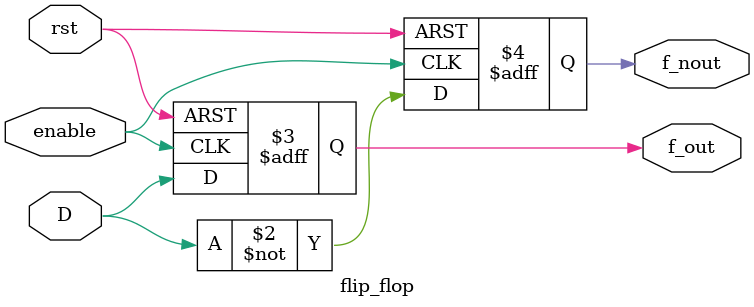
<source format=sv>
`timescale 1ns / 1ps

module flip_flop(
    input logic D, rst, enable,
    output logic f_out,f_nout
    );
    
    always_ff @(posedge enable, posedge rst) begin
    
        if (rst) begin 
            f_out=0;
            f_nout=1;
        end else begin
            f_out=D;
            f_nout=~D;
        end
    
    end
   
endmodule


</source>
